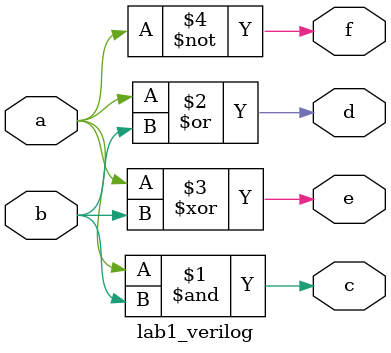
<source format=v>
`timescale 1ns / 1ps
module lab1_verilog(
    input a,
    input b,
    output c,
    output d,
    output e,
    output f
    );

assign c = a & b; //and
assign d = a | b; //or
assign e = a ^ b; //xor
assign f = ~a;

endmodule

</source>
